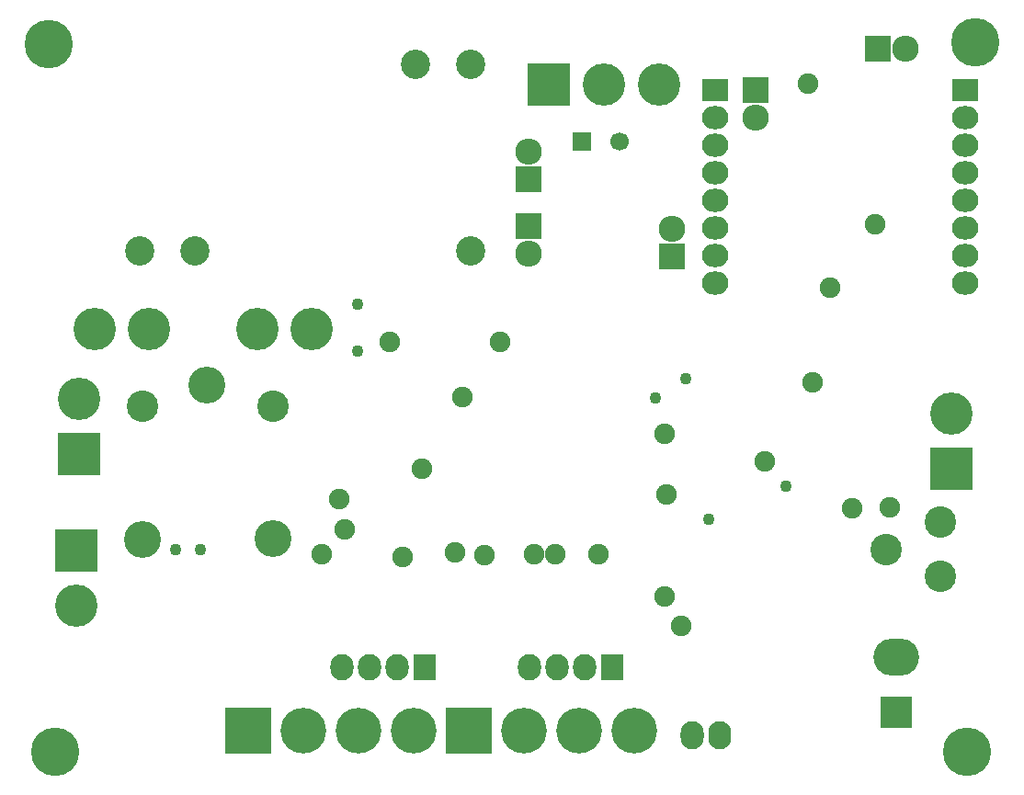
<source format=gbr>
%TF.GenerationSoftware,KiCad,Pcbnew,4.0.2+dfsg1-stable*%
%TF.CreationDate,2019-03-06T22:27:55+01:00*%
%TF.ProjectId,v2,76322E6B696361645F70636200000000,rev?*%
%TF.FileFunction,Soldermask,Bot*%
%FSLAX46Y46*%
G04 Gerber Fmt 4.6, Leading zero omitted, Abs format (unit mm)*
G04 Created by KiCad (PCBNEW 4.0.2+dfsg1-stable) date śro, 6 mar 2019, 22:27:55*
%MOMM*%
G01*
G04 APERTURE LIST*
%ADD10C,0.100000*%
%ADD11R,3.900000X3.900000*%
%ADD12C,3.900000*%
%ADD13O,2.432000X2.127200*%
%ADD14R,2.432000X2.127200*%
%ADD15C,2.700000*%
%ADD16O,2.100000X2.600000*%
%ADD17O,2.120000X2.600000*%
%ADD18C,1.900000*%
%ADD19R,2.432000X2.432000*%
%ADD20O,2.432000X2.432000*%
%ADD21R,2.940000X2.940000*%
%ADD22O,4.200000X3.400000*%
%ADD23C,4.210000*%
%ADD24R,4.210000X4.210000*%
%ADD25C,2.900000*%
%ADD26C,3.400000*%
%ADD27C,2.899360*%
%ADD28R,2.127200X2.432000*%
%ADD29O,2.127200X2.432000*%
%ADD30C,4.464000*%
%ADD31C,1.700000*%
%ADD32R,1.700000X1.700000*%
%ADD33C,1.100000*%
G04 APERTURE END LIST*
D10*
D11*
X48450500Y-6540500D03*
D12*
X53530500Y-6540500D03*
X58610500Y-6540500D03*
D13*
X63811000Y-24844500D03*
X63811000Y-22304500D03*
X63811000Y-19764500D03*
X63811000Y-17224500D03*
X63811000Y-14684500D03*
X63811000Y-12144500D03*
X63811000Y-9604500D03*
D14*
X63811000Y-7064500D03*
X86811000Y-7064500D03*
D13*
X86811000Y-9604500D03*
X86811000Y-12144500D03*
X86811000Y-14684500D03*
X86811000Y-17224500D03*
X86811000Y-19764500D03*
X86811000Y-22304500D03*
X86811000Y-24844500D03*
D15*
X41275000Y-21844000D03*
X10795000Y-21844000D03*
X15875000Y-21844000D03*
X41275000Y-4664000D03*
X36195000Y-4664000D03*
D16*
X64250000Y-66500000D03*
D17*
X61710000Y-66500000D03*
D11*
X5200000Y-40540000D03*
D12*
X5200000Y-35460000D03*
D11*
X5000000Y-49460000D03*
D12*
X5000000Y-54540000D03*
X21638260Y-29083000D03*
X26636980Y-29083000D03*
X11635740Y-29083000D03*
X6637020Y-29083000D03*
D18*
X33860740Y-30226000D03*
X44020740Y-30226000D03*
D19*
X67500500Y-7048500D03*
D20*
X67500500Y-9588500D03*
D21*
X80500000Y-64340000D03*
D22*
X80500000Y-59260000D03*
D23*
X46228000Y-66040000D03*
X51308000Y-66040000D03*
D24*
X41148000Y-66040000D03*
D23*
X56388000Y-66040000D03*
D11*
X85598000Y-41910000D03*
D12*
X85598000Y-36830000D03*
D19*
X78820000Y-3270000D03*
D20*
X81360000Y-3270000D03*
D25*
X23068000Y-36176500D03*
D26*
X23068000Y-48376500D03*
X11018000Y-48426500D03*
D25*
X11068000Y-36176500D03*
D26*
X17018000Y-34226500D03*
D27*
X79542640Y-49362360D03*
X84582000Y-51861720D03*
X84582000Y-46863000D03*
D19*
X46620000Y-15220000D03*
D20*
X46620000Y-12680000D03*
D19*
X59817000Y-22352000D03*
D20*
X59817000Y-19812000D03*
D19*
X46620000Y-19570000D03*
D20*
X46620000Y-22110000D03*
D23*
X25908000Y-66040000D03*
X30988000Y-66040000D03*
D24*
X20828000Y-66040000D03*
D23*
X36068000Y-66040000D03*
D28*
X54356000Y-60198000D03*
D29*
X51816000Y-60198000D03*
X49276000Y-60198000D03*
X46736000Y-60198000D03*
D28*
X37084000Y-60198000D03*
D29*
X34544000Y-60198000D03*
X32004000Y-60198000D03*
X29464000Y-60198000D03*
D30*
X87000000Y-68000000D03*
X3000000Y-68000000D03*
X2413000Y-2794000D03*
X87757000Y-2667000D03*
D31*
X55020000Y-11820000D03*
D32*
X51520000Y-11820000D03*
D18*
X59304000Y-44320000D03*
X79920000Y-45495000D03*
X74420000Y-25270000D03*
X72820000Y-33970000D03*
X78520000Y-19420000D03*
X68389500Y-41211500D03*
X60706000Y-56388000D03*
X36830000Y-41910000D03*
X59182000Y-53721000D03*
X49050000Y-49800000D03*
X42545000Y-49911000D03*
X29718000Y-47498000D03*
X72326500Y-6477000D03*
X29210000Y-44704000D03*
X59118500Y-38735000D03*
X76431500Y-45600000D03*
X40513000Y-35306000D03*
X53086000Y-49784000D03*
X39878000Y-49657000D03*
X47117000Y-49784000D03*
X27559000Y-49784000D03*
X35052000Y-50038000D03*
D33*
X14092000Y-49400000D03*
X30856000Y-31112000D03*
X30856000Y-26794000D03*
X16378000Y-49400000D03*
X63246000Y-46609000D03*
X70358000Y-43561000D03*
X58288000Y-35430000D03*
X61082000Y-33652000D03*
M02*

</source>
